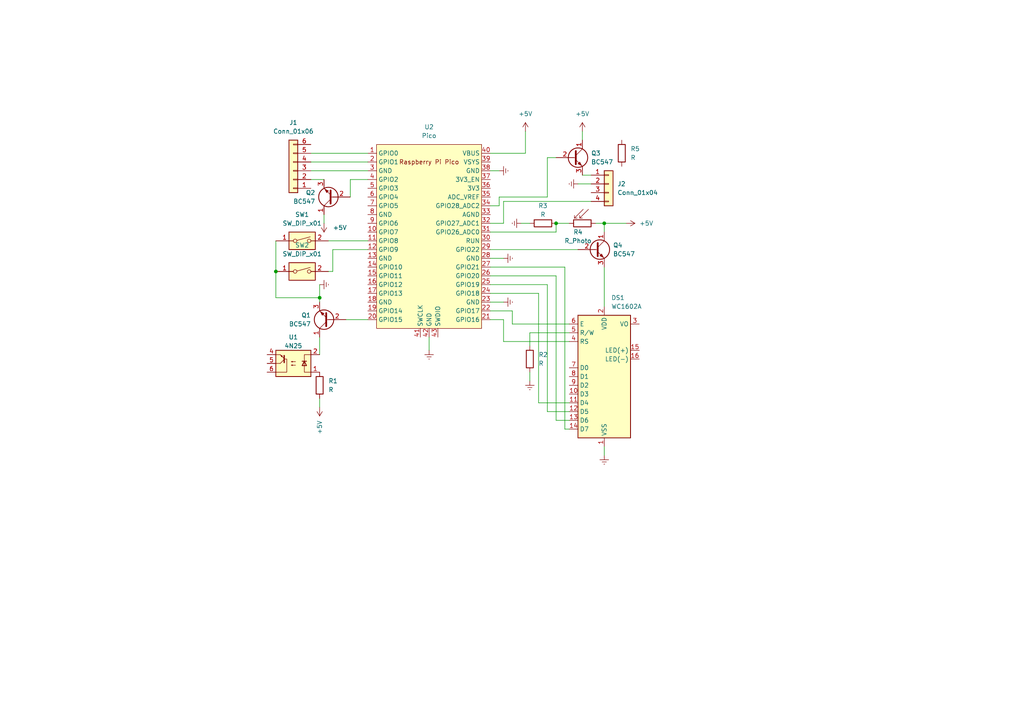
<source format=kicad_sch>
(kicad_sch (version 20211123) (generator eeschema)

  (uuid 65839b14-ae50-4098-a878-3d76b64a92d3)

  (paper "A4")

  (lib_symbols
    (symbol "Connector_Generic:Conn_01x04" (pin_names (offset 1.016) hide) (in_bom yes) (on_board yes)
      (property "Reference" "J" (id 0) (at 0 5.08 0)
        (effects (font (size 1.27 1.27)))
      )
      (property "Value" "Conn_01x04" (id 1) (at 0 -7.62 0)
        (effects (font (size 1.27 1.27)))
      )
      (property "Footprint" "" (id 2) (at 0 0 0)
        (effects (font (size 1.27 1.27)) hide)
      )
      (property "Datasheet" "~" (id 3) (at 0 0 0)
        (effects (font (size 1.27 1.27)) hide)
      )
      (property "ki_keywords" "connector" (id 4) (at 0 0 0)
        (effects (font (size 1.27 1.27)) hide)
      )
      (property "ki_description" "Generic connector, single row, 01x04, script generated (kicad-library-utils/schlib/autogen/connector/)" (id 5) (at 0 0 0)
        (effects (font (size 1.27 1.27)) hide)
      )
      (property "ki_fp_filters" "Connector*:*_1x??_*" (id 6) (at 0 0 0)
        (effects (font (size 1.27 1.27)) hide)
      )
      (symbol "Conn_01x04_1_1"
        (rectangle (start -1.27 -4.953) (end 0 -5.207)
          (stroke (width 0.1524) (type default) (color 0 0 0 0))
          (fill (type none))
        )
        (rectangle (start -1.27 -2.413) (end 0 -2.667)
          (stroke (width 0.1524) (type default) (color 0 0 0 0))
          (fill (type none))
        )
        (rectangle (start -1.27 0.127) (end 0 -0.127)
          (stroke (width 0.1524) (type default) (color 0 0 0 0))
          (fill (type none))
        )
        (rectangle (start -1.27 2.667) (end 0 2.413)
          (stroke (width 0.1524) (type default) (color 0 0 0 0))
          (fill (type none))
        )
        (rectangle (start -1.27 3.81) (end 1.27 -6.35)
          (stroke (width 0.254) (type default) (color 0 0 0 0))
          (fill (type background))
        )
        (pin passive line (at -5.08 2.54 0) (length 3.81)
          (name "Pin_1" (effects (font (size 1.27 1.27))))
          (number "1" (effects (font (size 1.27 1.27))))
        )
        (pin passive line (at -5.08 0 0) (length 3.81)
          (name "Pin_2" (effects (font (size 1.27 1.27))))
          (number "2" (effects (font (size 1.27 1.27))))
        )
        (pin passive line (at -5.08 -2.54 0) (length 3.81)
          (name "Pin_3" (effects (font (size 1.27 1.27))))
          (number "3" (effects (font (size 1.27 1.27))))
        )
        (pin passive line (at -5.08 -5.08 0) (length 3.81)
          (name "Pin_4" (effects (font (size 1.27 1.27))))
          (number "4" (effects (font (size 1.27 1.27))))
        )
      )
    )
    (symbol "Connector_Generic:Conn_01x06" (pin_names (offset 1.016) hide) (in_bom yes) (on_board yes)
      (property "Reference" "J" (id 0) (at 0 7.62 0)
        (effects (font (size 1.27 1.27)))
      )
      (property "Value" "Conn_01x06" (id 1) (at 0 -10.16 0)
        (effects (font (size 1.27 1.27)))
      )
      (property "Footprint" "" (id 2) (at 0 0 0)
        (effects (font (size 1.27 1.27)) hide)
      )
      (property "Datasheet" "~" (id 3) (at 0 0 0)
        (effects (font (size 1.27 1.27)) hide)
      )
      (property "ki_keywords" "connector" (id 4) (at 0 0 0)
        (effects (font (size 1.27 1.27)) hide)
      )
      (property "ki_description" "Generic connector, single row, 01x06, script generated (kicad-library-utils/schlib/autogen/connector/)" (id 5) (at 0 0 0)
        (effects (font (size 1.27 1.27)) hide)
      )
      (property "ki_fp_filters" "Connector*:*_1x??_*" (id 6) (at 0 0 0)
        (effects (font (size 1.27 1.27)) hide)
      )
      (symbol "Conn_01x06_1_1"
        (rectangle (start -1.27 -7.493) (end 0 -7.747)
          (stroke (width 0.1524) (type default) (color 0 0 0 0))
          (fill (type none))
        )
        (rectangle (start -1.27 -4.953) (end 0 -5.207)
          (stroke (width 0.1524) (type default) (color 0 0 0 0))
          (fill (type none))
        )
        (rectangle (start -1.27 -2.413) (end 0 -2.667)
          (stroke (width 0.1524) (type default) (color 0 0 0 0))
          (fill (type none))
        )
        (rectangle (start -1.27 0.127) (end 0 -0.127)
          (stroke (width 0.1524) (type default) (color 0 0 0 0))
          (fill (type none))
        )
        (rectangle (start -1.27 2.667) (end 0 2.413)
          (stroke (width 0.1524) (type default) (color 0 0 0 0))
          (fill (type none))
        )
        (rectangle (start -1.27 5.207) (end 0 4.953)
          (stroke (width 0.1524) (type default) (color 0 0 0 0))
          (fill (type none))
        )
        (rectangle (start -1.27 6.35) (end 1.27 -8.89)
          (stroke (width 0.254) (type default) (color 0 0 0 0))
          (fill (type background))
        )
        (pin passive line (at -5.08 5.08 0) (length 3.81)
          (name "Pin_1" (effects (font (size 1.27 1.27))))
          (number "1" (effects (font (size 1.27 1.27))))
        )
        (pin passive line (at -5.08 2.54 0) (length 3.81)
          (name "Pin_2" (effects (font (size 1.27 1.27))))
          (number "2" (effects (font (size 1.27 1.27))))
        )
        (pin passive line (at -5.08 0 0) (length 3.81)
          (name "Pin_3" (effects (font (size 1.27 1.27))))
          (number "3" (effects (font (size 1.27 1.27))))
        )
        (pin passive line (at -5.08 -2.54 0) (length 3.81)
          (name "Pin_4" (effects (font (size 1.27 1.27))))
          (number "4" (effects (font (size 1.27 1.27))))
        )
        (pin passive line (at -5.08 -5.08 0) (length 3.81)
          (name "Pin_5" (effects (font (size 1.27 1.27))))
          (number "5" (effects (font (size 1.27 1.27))))
        )
        (pin passive line (at -5.08 -7.62 0) (length 3.81)
          (name "Pin_6" (effects (font (size 1.27 1.27))))
          (number "6" (effects (font (size 1.27 1.27))))
        )
      )
    )
    (symbol "Device:R" (pin_numbers hide) (pin_names (offset 0)) (in_bom yes) (on_board yes)
      (property "Reference" "R" (id 0) (at 2.032 0 90)
        (effects (font (size 1.27 1.27)))
      )
      (property "Value" "R" (id 1) (at 0 0 90)
        (effects (font (size 1.27 1.27)))
      )
      (property "Footprint" "" (id 2) (at -1.778 0 90)
        (effects (font (size 1.27 1.27)) hide)
      )
      (property "Datasheet" "~" (id 3) (at 0 0 0)
        (effects (font (size 1.27 1.27)) hide)
      )
      (property "ki_keywords" "R res resistor" (id 4) (at 0 0 0)
        (effects (font (size 1.27 1.27)) hide)
      )
      (property "ki_description" "Resistor" (id 5) (at 0 0 0)
        (effects (font (size 1.27 1.27)) hide)
      )
      (property "ki_fp_filters" "R_*" (id 6) (at 0 0 0)
        (effects (font (size 1.27 1.27)) hide)
      )
      (symbol "R_0_1"
        (rectangle (start -1.016 -2.54) (end 1.016 2.54)
          (stroke (width 0.254) (type default) (color 0 0 0 0))
          (fill (type none))
        )
      )
      (symbol "R_1_1"
        (pin passive line (at 0 3.81 270) (length 1.27)
          (name "~" (effects (font (size 1.27 1.27))))
          (number "1" (effects (font (size 1.27 1.27))))
        )
        (pin passive line (at 0 -3.81 90) (length 1.27)
          (name "~" (effects (font (size 1.27 1.27))))
          (number "2" (effects (font (size 1.27 1.27))))
        )
      )
    )
    (symbol "Device:R_Photo" (pin_numbers hide) (pin_names (offset 0)) (in_bom yes) (on_board yes)
      (property "Reference" "R" (id 0) (at 1.27 1.27 0)
        (effects (font (size 1.27 1.27)) (justify left))
      )
      (property "Value" "R_Photo" (id 1) (at 1.27 0 0)
        (effects (font (size 1.27 1.27)) (justify left top))
      )
      (property "Footprint" "" (id 2) (at 1.27 -6.35 90)
        (effects (font (size 1.27 1.27)) (justify left) hide)
      )
      (property "Datasheet" "~" (id 3) (at 0 -1.27 0)
        (effects (font (size 1.27 1.27)) hide)
      )
      (property "ki_keywords" "resistor variable light sensitive opto LDR" (id 4) (at 0 0 0)
        (effects (font (size 1.27 1.27)) hide)
      )
      (property "ki_description" "Photoresistor" (id 5) (at 0 0 0)
        (effects (font (size 1.27 1.27)) hide)
      )
      (property "ki_fp_filters" "*LDR* R?LDR*" (id 6) (at 0 0 0)
        (effects (font (size 1.27 1.27)) hide)
      )
      (symbol "R_Photo_0_1"
        (rectangle (start -1.016 2.54) (end 1.016 -2.54)
          (stroke (width 0.254) (type default) (color 0 0 0 0))
          (fill (type none))
        )
        (polyline
          (pts
            (xy -1.524 -2.286)
            (xy -4.064 0.254)
          )
          (stroke (width 0) (type default) (color 0 0 0 0))
          (fill (type none))
        )
        (polyline
          (pts
            (xy -1.524 -2.286)
            (xy -2.286 -2.286)
          )
          (stroke (width 0) (type default) (color 0 0 0 0))
          (fill (type none))
        )
        (polyline
          (pts
            (xy -1.524 -2.286)
            (xy -1.524 -1.524)
          )
          (stroke (width 0) (type default) (color 0 0 0 0))
          (fill (type none))
        )
        (polyline
          (pts
            (xy -1.524 -0.762)
            (xy -4.064 1.778)
          )
          (stroke (width 0) (type default) (color 0 0 0 0))
          (fill (type none))
        )
        (polyline
          (pts
            (xy -1.524 -0.762)
            (xy -2.286 -0.762)
          )
          (stroke (width 0) (type default) (color 0 0 0 0))
          (fill (type none))
        )
        (polyline
          (pts
            (xy -1.524 -0.762)
            (xy -1.524 0)
          )
          (stroke (width 0) (type default) (color 0 0 0 0))
          (fill (type none))
        )
      )
      (symbol "R_Photo_1_1"
        (pin passive line (at 0 3.81 270) (length 1.27)
          (name "~" (effects (font (size 1.27 1.27))))
          (number "1" (effects (font (size 1.27 1.27))))
        )
        (pin passive line (at 0 -3.81 90) (length 1.27)
          (name "~" (effects (font (size 1.27 1.27))))
          (number "2" (effects (font (size 1.27 1.27))))
        )
      )
    )
    (symbol "Display_Character:WC1602A" (in_bom yes) (on_board yes)
      (property "Reference" "DS" (id 0) (at -5.842 19.05 0)
        (effects (font (size 1.27 1.27)))
      )
      (property "Value" "WC1602A" (id 1) (at 5.334 19.05 0)
        (effects (font (size 1.27 1.27)))
      )
      (property "Footprint" "Display:WC1602A" (id 2) (at 0 -22.86 0)
        (effects (font (size 1.27 1.27) italic) hide)
      )
      (property "Datasheet" "http://www.wincomlcd.com/pdf/WC1602A-SFYLYHTC06.pdf" (id 3) (at 17.78 0 0)
        (effects (font (size 1.27 1.27)) hide)
      )
      (property "ki_keywords" "display LCD dot-matrix" (id 4) (at 0 0 0)
        (effects (font (size 1.27 1.27)) hide)
      )
      (property "ki_description" "LCD 16x2 Alphanumeric , 8 bit parallel bus, 5V VDD" (id 5) (at 0 0 0)
        (effects (font (size 1.27 1.27)) hide)
      )
      (property "ki_fp_filters" "*WC*1602A*" (id 6) (at 0 0 0)
        (effects (font (size 1.27 1.27)) hide)
      )
      (symbol "WC1602A_1_1"
        (rectangle (start -7.62 17.78) (end 7.62 -17.78)
          (stroke (width 0.254) (type default) (color 0 0 0 0))
          (fill (type background))
        )
        (pin power_in line (at 0 -20.32 90) (length 2.54)
          (name "VSS" (effects (font (size 1.27 1.27))))
          (number "1" (effects (font (size 1.27 1.27))))
        )
        (pin input line (at -10.16 -5.08 0) (length 2.54)
          (name "D3" (effects (font (size 1.27 1.27))))
          (number "10" (effects (font (size 1.27 1.27))))
        )
        (pin input line (at -10.16 -7.62 0) (length 2.54)
          (name "D4" (effects (font (size 1.27 1.27))))
          (number "11" (effects (font (size 1.27 1.27))))
        )
        (pin input line (at -10.16 -10.16 0) (length 2.54)
          (name "D5" (effects (font (size 1.27 1.27))))
          (number "12" (effects (font (size 1.27 1.27))))
        )
        (pin input line (at -10.16 -12.7 0) (length 2.54)
          (name "D6" (effects (font (size 1.27 1.27))))
          (number "13" (effects (font (size 1.27 1.27))))
        )
        (pin input line (at -10.16 -15.24 0) (length 2.54)
          (name "D7" (effects (font (size 1.27 1.27))))
          (number "14" (effects (font (size 1.27 1.27))))
        )
        (pin power_in line (at 10.16 7.62 180) (length 2.54)
          (name "LED(+)" (effects (font (size 1.27 1.27))))
          (number "15" (effects (font (size 1.27 1.27))))
        )
        (pin power_in line (at 10.16 5.08 180) (length 2.54)
          (name "LED(-)" (effects (font (size 1.27 1.27))))
          (number "16" (effects (font (size 1.27 1.27))))
        )
        (pin power_in line (at 0 20.32 270) (length 2.54)
          (name "VDD" (effects (font (size 1.27 1.27))))
          (number "2" (effects (font (size 1.27 1.27))))
        )
        (pin input line (at 10.16 15.24 180) (length 2.54)
          (name "VO" (effects (font (size 1.27 1.27))))
          (number "3" (effects (font (size 1.27 1.27))))
        )
        (pin input line (at -10.16 10.16 0) (length 2.54)
          (name "RS" (effects (font (size 1.27 1.27))))
          (number "4" (effects (font (size 1.27 1.27))))
        )
        (pin input line (at -10.16 12.7 0) (length 2.54)
          (name "R/W" (effects (font (size 1.27 1.27))))
          (number "5" (effects (font (size 1.27 1.27))))
        )
        (pin input line (at -10.16 15.24 0) (length 2.54)
          (name "E" (effects (font (size 1.27 1.27))))
          (number "6" (effects (font (size 1.27 1.27))))
        )
        (pin input line (at -10.16 2.54 0) (length 2.54)
          (name "D0" (effects (font (size 1.27 1.27))))
          (number "7" (effects (font (size 1.27 1.27))))
        )
        (pin input line (at -10.16 0 0) (length 2.54)
          (name "D1" (effects (font (size 1.27 1.27))))
          (number "8" (effects (font (size 1.27 1.27))))
        )
        (pin input line (at -10.16 -2.54 0) (length 2.54)
          (name "D2" (effects (font (size 1.27 1.27))))
          (number "9" (effects (font (size 1.27 1.27))))
        )
      )
    )
    (symbol "Isolator:4N25" (pin_names (offset 1.016)) (in_bom yes) (on_board yes)
      (property "Reference" "U" (id 0) (at -5.08 5.08 0)
        (effects (font (size 1.27 1.27)) (justify left))
      )
      (property "Value" "4N25" (id 1) (at 0 5.08 0)
        (effects (font (size 1.27 1.27)) (justify left))
      )
      (property "Footprint" "Package_DIP:DIP-6_W7.62mm" (id 2) (at -5.08 -5.08 0)
        (effects (font (size 1.27 1.27) italic) (justify left) hide)
      )
      (property "Datasheet" "https://www.vishay.com/docs/83725/4n25.pdf" (id 3) (at 0 0 0)
        (effects (font (size 1.27 1.27)) (justify left) hide)
      )
      (property "ki_keywords" "NPN DC Optocoupler Base Connected" (id 4) (at 0 0 0)
        (effects (font (size 1.27 1.27)) hide)
      )
      (property "ki_description" "DC Optocoupler Base Connected, Vce 30V, CTR 20%, Viso 2500V, DIP6" (id 5) (at 0 0 0)
        (effects (font (size 1.27 1.27)) hide)
      )
      (property "ki_fp_filters" "DIP*W7.62mm*" (id 6) (at 0 0 0)
        (effects (font (size 1.27 1.27)) hide)
      )
      (symbol "4N25_0_1"
        (rectangle (start -5.08 3.81) (end 5.08 -3.81)
          (stroke (width 0.254) (type default) (color 0 0 0 0))
          (fill (type background))
        )
        (polyline
          (pts
            (xy -3.81 -0.635)
            (xy -2.54 -0.635)
          )
          (stroke (width 0.254) (type default) (color 0 0 0 0))
          (fill (type none))
        )
        (polyline
          (pts
            (xy 2.667 -1.397)
            (xy 3.81 -2.54)
          )
          (stroke (width 0) (type default) (color 0 0 0 0))
          (fill (type none))
        )
        (polyline
          (pts
            (xy 2.667 -1.143)
            (xy 3.81 0)
          )
          (stroke (width 0) (type default) (color 0 0 0 0))
          (fill (type none))
        )
        (polyline
          (pts
            (xy 3.81 -2.54)
            (xy 5.08 -2.54)
          )
          (stroke (width 0) (type default) (color 0 0 0 0))
          (fill (type none))
        )
        (polyline
          (pts
            (xy 3.81 0)
            (xy 5.08 0)
          )
          (stroke (width 0) (type default) (color 0 0 0 0))
          (fill (type none))
        )
        (polyline
          (pts
            (xy 2.667 -0.254)
            (xy 2.667 -2.286)
            (xy 2.667 -2.286)
          )
          (stroke (width 0.3556) (type default) (color 0 0 0 0))
          (fill (type none))
        )
        (polyline
          (pts
            (xy -5.08 -2.54)
            (xy -3.175 -2.54)
            (xy -3.175 2.54)
            (xy -5.08 2.54)
          )
          (stroke (width 0) (type default) (color 0 0 0 0))
          (fill (type none))
        )
        (polyline
          (pts
            (xy -3.175 -0.635)
            (xy -3.81 0.635)
            (xy -2.54 0.635)
            (xy -3.175 -0.635)
          )
          (stroke (width 0.254) (type default) (color 0 0 0 0))
          (fill (type none))
        )
        (polyline
          (pts
            (xy 3.683 -2.413)
            (xy 3.429 -1.905)
            (xy 3.175 -2.159)
            (xy 3.683 -2.413)
          )
          (stroke (width 0) (type default) (color 0 0 0 0))
          (fill (type none))
        )
        (polyline
          (pts
            (xy 5.08 2.54)
            (xy 1.905 2.54)
            (xy 1.905 -1.27)
            (xy 2.54 -1.27)
          )
          (stroke (width 0) (type default) (color 0 0 0 0))
          (fill (type none))
        )
        (polyline
          (pts
            (xy -0.635 -0.508)
            (xy 0.635 -0.508)
            (xy 0.254 -0.635)
            (xy 0.254 -0.381)
            (xy 0.635 -0.508)
          )
          (stroke (width 0) (type default) (color 0 0 0 0))
          (fill (type none))
        )
        (polyline
          (pts
            (xy -0.635 0.508)
            (xy 0.635 0.508)
            (xy 0.254 0.381)
            (xy 0.254 0.635)
            (xy 0.635 0.508)
          )
          (stroke (width 0) (type default) (color 0 0 0 0))
          (fill (type none))
        )
      )
      (symbol "4N25_1_1"
        (pin passive line (at -7.62 2.54 0) (length 2.54)
          (name "~" (effects (font (size 1.27 1.27))))
          (number "1" (effects (font (size 1.27 1.27))))
        )
        (pin passive line (at -7.62 -2.54 0) (length 2.54)
          (name "~" (effects (font (size 1.27 1.27))))
          (number "2" (effects (font (size 1.27 1.27))))
        )
        (pin no_connect line (at -5.08 0 0) (length 2.54) hide
          (name "NC" (effects (font (size 1.27 1.27))))
          (number "3" (effects (font (size 1.27 1.27))))
        )
        (pin passive line (at 7.62 -2.54 180) (length 2.54)
          (name "~" (effects (font (size 1.27 1.27))))
          (number "4" (effects (font (size 1.27 1.27))))
        )
        (pin passive line (at 7.62 0 180) (length 2.54)
          (name "~" (effects (font (size 1.27 1.27))))
          (number "5" (effects (font (size 1.27 1.27))))
        )
        (pin passive line (at 7.62 2.54 180) (length 2.54)
          (name "~" (effects (font (size 1.27 1.27))))
          (number "6" (effects (font (size 1.27 1.27))))
        )
      )
    )
    (symbol "MCU_RaspberryPi_and_Boards:Pico" (in_bom yes) (on_board yes)
      (property "Reference" "U" (id 0) (at -13.97 27.94 0)
        (effects (font (size 1.27 1.27)))
      )
      (property "Value" "Pico" (id 1) (at 0 19.05 0)
        (effects (font (size 1.27 1.27)))
      )
      (property "Footprint" "RPi_Pico:RPi_Pico_SMD_TH" (id 2) (at 0 0 90)
        (effects (font (size 1.27 1.27)) hide)
      )
      (property "Datasheet" "" (id 3) (at 0 0 0)
        (effects (font (size 1.27 1.27)) hide)
      )
      (symbol "Pico_0_0"
        (text "Raspberry Pi Pico" (at 0 21.59 0)
          (effects (font (size 1.27 1.27)))
        )
      )
      (symbol "Pico_0_1"
        (rectangle (start -15.24 26.67) (end 15.24 -26.67)
          (stroke (width 0) (type default) (color 0 0 0 0))
          (fill (type background))
        )
      )
      (symbol "Pico_1_1"
        (pin bidirectional line (at -17.78 24.13 0) (length 2.54)
          (name "GPIO0" (effects (font (size 1.27 1.27))))
          (number "1" (effects (font (size 1.27 1.27))))
        )
        (pin bidirectional line (at -17.78 1.27 0) (length 2.54)
          (name "GPIO7" (effects (font (size 1.27 1.27))))
          (number "10" (effects (font (size 1.27 1.27))))
        )
        (pin bidirectional line (at -17.78 -1.27 0) (length 2.54)
          (name "GPIO8" (effects (font (size 1.27 1.27))))
          (number "11" (effects (font (size 1.27 1.27))))
        )
        (pin bidirectional line (at -17.78 -3.81 0) (length 2.54)
          (name "GPIO9" (effects (font (size 1.27 1.27))))
          (number "12" (effects (font (size 1.27 1.27))))
        )
        (pin power_in line (at -17.78 -6.35 0) (length 2.54)
          (name "GND" (effects (font (size 1.27 1.27))))
          (number "13" (effects (font (size 1.27 1.27))))
        )
        (pin bidirectional line (at -17.78 -8.89 0) (length 2.54)
          (name "GPIO10" (effects (font (size 1.27 1.27))))
          (number "14" (effects (font (size 1.27 1.27))))
        )
        (pin bidirectional line (at -17.78 -11.43 0) (length 2.54)
          (name "GPIO11" (effects (font (size 1.27 1.27))))
          (number "15" (effects (font (size 1.27 1.27))))
        )
        (pin bidirectional line (at -17.78 -13.97 0) (length 2.54)
          (name "GPIO12" (effects (font (size 1.27 1.27))))
          (number "16" (effects (font (size 1.27 1.27))))
        )
        (pin bidirectional line (at -17.78 -16.51 0) (length 2.54)
          (name "GPIO13" (effects (font (size 1.27 1.27))))
          (number "17" (effects (font (size 1.27 1.27))))
        )
        (pin power_in line (at -17.78 -19.05 0) (length 2.54)
          (name "GND" (effects (font (size 1.27 1.27))))
          (number "18" (effects (font (size 1.27 1.27))))
        )
        (pin bidirectional line (at -17.78 -21.59 0) (length 2.54)
          (name "GPIO14" (effects (font (size 1.27 1.27))))
          (number "19" (effects (font (size 1.27 1.27))))
        )
        (pin bidirectional line (at -17.78 21.59 0) (length 2.54)
          (name "GPIO1" (effects (font (size 1.27 1.27))))
          (number "2" (effects (font (size 1.27 1.27))))
        )
        (pin bidirectional line (at -17.78 -24.13 0) (length 2.54)
          (name "GPIO15" (effects (font (size 1.27 1.27))))
          (number "20" (effects (font (size 1.27 1.27))))
        )
        (pin bidirectional line (at 17.78 -24.13 180) (length 2.54)
          (name "GPIO16" (effects (font (size 1.27 1.27))))
          (number "21" (effects (font (size 1.27 1.27))))
        )
        (pin bidirectional line (at 17.78 -21.59 180) (length 2.54)
          (name "GPIO17" (effects (font (size 1.27 1.27))))
          (number "22" (effects (font (size 1.27 1.27))))
        )
        (pin power_in line (at 17.78 -19.05 180) (length 2.54)
          (name "GND" (effects (font (size 1.27 1.27))))
          (number "23" (effects (font (size 1.27 1.27))))
        )
        (pin bidirectional line (at 17.78 -16.51 180) (length 2.54)
          (name "GPIO18" (effects (font (size 1.27 1.27))))
          (number "24" (effects (font (size 1.27 1.27))))
        )
        (pin bidirectional line (at 17.78 -13.97 180) (length 2.54)
          (name "GPIO19" (effects (font (size 1.27 1.27))))
          (number "25" (effects (font (size 1.27 1.27))))
        )
        (pin bidirectional line (at 17.78 -11.43 180) (length 2.54)
          (name "GPIO20" (effects (font (size 1.27 1.27))))
          (number "26" (effects (font (size 1.27 1.27))))
        )
        (pin bidirectional line (at 17.78 -8.89 180) (length 2.54)
          (name "GPIO21" (effects (font (size 1.27 1.27))))
          (number "27" (effects (font (size 1.27 1.27))))
        )
        (pin power_in line (at 17.78 -6.35 180) (length 2.54)
          (name "GND" (effects (font (size 1.27 1.27))))
          (number "28" (effects (font (size 1.27 1.27))))
        )
        (pin bidirectional line (at 17.78 -3.81 180) (length 2.54)
          (name "GPIO22" (effects (font (size 1.27 1.27))))
          (number "29" (effects (font (size 1.27 1.27))))
        )
        (pin power_in line (at -17.78 19.05 0) (length 2.54)
          (name "GND" (effects (font (size 1.27 1.27))))
          (number "3" (effects (font (size 1.27 1.27))))
        )
        (pin input line (at 17.78 -1.27 180) (length 2.54)
          (name "RUN" (effects (font (size 1.27 1.27))))
          (number "30" (effects (font (size 1.27 1.27))))
        )
        (pin bidirectional line (at 17.78 1.27 180) (length 2.54)
          (name "GPIO26_ADC0" (effects (font (size 1.27 1.27))))
          (number "31" (effects (font (size 1.27 1.27))))
        )
        (pin bidirectional line (at 17.78 3.81 180) (length 2.54)
          (name "GPIO27_ADC1" (effects (font (size 1.27 1.27))))
          (number "32" (effects (font (size 1.27 1.27))))
        )
        (pin power_in line (at 17.78 6.35 180) (length 2.54)
          (name "AGND" (effects (font (size 1.27 1.27))))
          (number "33" (effects (font (size 1.27 1.27))))
        )
        (pin bidirectional line (at 17.78 8.89 180) (length 2.54)
          (name "GPIO28_ADC2" (effects (font (size 1.27 1.27))))
          (number "34" (effects (font (size 1.27 1.27))))
        )
        (pin power_in line (at 17.78 11.43 180) (length 2.54)
          (name "ADC_VREF" (effects (font (size 1.27 1.27))))
          (number "35" (effects (font (size 1.27 1.27))))
        )
        (pin power_in line (at 17.78 13.97 180) (length 2.54)
          (name "3V3" (effects (font (size 1.27 1.27))))
          (number "36" (effects (font (size 1.27 1.27))))
        )
        (pin input line (at 17.78 16.51 180) (length 2.54)
          (name "3V3_EN" (effects (font (size 1.27 1.27))))
          (number "37" (effects (font (size 1.27 1.27))))
        )
        (pin bidirectional line (at 17.78 19.05 180) (length 2.54)
          (name "GND" (effects (font (size 1.27 1.27))))
          (number "38" (effects (font (size 1.27 1.27))))
        )
        (pin power_in line (at 17.78 21.59 180) (length 2.54)
          (name "VSYS" (effects (font (size 1.27 1.27))))
          (number "39" (effects (font (size 1.27 1.27))))
        )
        (pin bidirectional line (at -17.78 16.51 0) (length 2.54)
          (name "GPIO2" (effects (font (size 1.27 1.27))))
          (number "4" (effects (font (size 1.27 1.27))))
        )
        (pin power_in line (at 17.78 24.13 180) (length 2.54)
          (name "VBUS" (effects (font (size 1.27 1.27))))
          (number "40" (effects (font (size 1.27 1.27))))
        )
        (pin input line (at -2.54 -29.21 90) (length 2.54)
          (name "SWCLK" (effects (font (size 1.27 1.27))))
          (number "41" (effects (font (size 1.27 1.27))))
        )
        (pin power_in line (at 0 -29.21 90) (length 2.54)
          (name "GND" (effects (font (size 1.27 1.27))))
          (number "42" (effects (font (size 1.27 1.27))))
        )
        (pin bidirectional line (at 2.54 -29.21 90) (length 2.54)
          (name "SWDIO" (effects (font (size 1.27 1.27))))
          (number "43" (effects (font (size 1.27 1.27))))
        )
        (pin bidirectional line (at -17.78 13.97 0) (length 2.54)
          (name "GPIO3" (effects (font (size 1.27 1.27))))
          (number "5" (effects (font (size 1.27 1.27))))
        )
        (pin bidirectional line (at -17.78 11.43 0) (length 2.54)
          (name "GPIO4" (effects (font (size 1.27 1.27))))
          (number "6" (effects (font (size 1.27 1.27))))
        )
        (pin bidirectional line (at -17.78 8.89 0) (length 2.54)
          (name "GPIO5" (effects (font (size 1.27 1.27))))
          (number "7" (effects (font (size 1.27 1.27))))
        )
        (pin power_in line (at -17.78 6.35 0) (length 2.54)
          (name "GND" (effects (font (size 1.27 1.27))))
          (number "8" (effects (font (size 1.27 1.27))))
        )
        (pin bidirectional line (at -17.78 3.81 0) (length 2.54)
          (name "GPIO6" (effects (font (size 1.27 1.27))))
          (number "9" (effects (font (size 1.27 1.27))))
        )
      )
    )
    (symbol "Switch:SW_DIP_x01" (pin_names (offset 0) hide) (in_bom yes) (on_board yes)
      (property "Reference" "SW" (id 0) (at 0 3.81 0)
        (effects (font (size 1.27 1.27)))
      )
      (property "Value" "SW_DIP_x01" (id 1) (at 0 -3.81 0)
        (effects (font (size 1.27 1.27)))
      )
      (property "Footprint" "" (id 2) (at 0 0 0)
        (effects (font (size 1.27 1.27)) hide)
      )
      (property "Datasheet" "~" (id 3) (at 0 0 0)
        (effects (font (size 1.27 1.27)) hide)
      )
      (property "ki_keywords" "dip switch" (id 4) (at 0 0 0)
        (effects (font (size 1.27 1.27)) hide)
      )
      (property "ki_description" "1x DIP Switch, Single Pole Single Throw (SPST) switch, small symbol" (id 5) (at 0 0 0)
        (effects (font (size 1.27 1.27)) hide)
      )
      (property "ki_fp_filters" "SW?DIP?x1*" (id 6) (at 0 0 0)
        (effects (font (size 1.27 1.27)) hide)
      )
      (symbol "SW_DIP_x01_0_0"
        (circle (center -2.032 0) (radius 0.508)
          (stroke (width 0) (type default) (color 0 0 0 0))
          (fill (type none))
        )
        (polyline
          (pts
            (xy -1.524 0.127)
            (xy 2.3622 1.1684)
          )
          (stroke (width 0) (type default) (color 0 0 0 0))
          (fill (type none))
        )
        (circle (center 2.032 0) (radius 0.508)
          (stroke (width 0) (type default) (color 0 0 0 0))
          (fill (type none))
        )
      )
      (symbol "SW_DIP_x01_0_1"
        (rectangle (start -3.81 2.54) (end 3.81 -2.54)
          (stroke (width 0.254) (type default) (color 0 0 0 0))
          (fill (type background))
        )
      )
      (symbol "SW_DIP_x01_1_1"
        (pin passive line (at -7.62 0 0) (length 5.08)
          (name "~" (effects (font (size 1.27 1.27))))
          (number "1" (effects (font (size 1.27 1.27))))
        )
        (pin passive line (at 7.62 0 180) (length 5.08)
          (name "~" (effects (font (size 1.27 1.27))))
          (number "2" (effects (font (size 1.27 1.27))))
        )
      )
    )
    (symbol "Transistor_BJT:BC547" (pin_names (offset 0) hide) (in_bom yes) (on_board yes)
      (property "Reference" "Q" (id 0) (at 5.08 1.905 0)
        (effects (font (size 1.27 1.27)) (justify left))
      )
      (property "Value" "BC547" (id 1) (at 5.08 0 0)
        (effects (font (size 1.27 1.27)) (justify left))
      )
      (property "Footprint" "Package_TO_SOT_THT:TO-92_Inline" (id 2) (at 5.08 -1.905 0)
        (effects (font (size 1.27 1.27) italic) (justify left) hide)
      )
      (property "Datasheet" "https://www.onsemi.com/pub/Collateral/BC550-D.pdf" (id 3) (at 0 0 0)
        (effects (font (size 1.27 1.27)) (justify left) hide)
      )
      (property "ki_keywords" "NPN Transistor" (id 4) (at 0 0 0)
        (effects (font (size 1.27 1.27)) hide)
      )
      (property "ki_description" "0.1A Ic, 45V Vce, Small Signal NPN Transistor, TO-92" (id 5) (at 0 0 0)
        (effects (font (size 1.27 1.27)) hide)
      )
      (property "ki_fp_filters" "TO?92*" (id 6) (at 0 0 0)
        (effects (font (size 1.27 1.27)) hide)
      )
      (symbol "BC547_0_1"
        (polyline
          (pts
            (xy 0 0)
            (xy 0.635 0)
          )
          (stroke (width 0) (type default) (color 0 0 0 0))
          (fill (type none))
        )
        (polyline
          (pts
            (xy 0.635 0.635)
            (xy 2.54 2.54)
          )
          (stroke (width 0) (type default) (color 0 0 0 0))
          (fill (type none))
        )
        (polyline
          (pts
            (xy 0.635 -0.635)
            (xy 2.54 -2.54)
            (xy 2.54 -2.54)
          )
          (stroke (width 0) (type default) (color 0 0 0 0))
          (fill (type none))
        )
        (polyline
          (pts
            (xy 0.635 1.905)
            (xy 0.635 -1.905)
            (xy 0.635 -1.905)
          )
          (stroke (width 0.508) (type default) (color 0 0 0 0))
          (fill (type none))
        )
        (polyline
          (pts
            (xy 1.27 -1.778)
            (xy 1.778 -1.27)
            (xy 2.286 -2.286)
            (xy 1.27 -1.778)
            (xy 1.27 -1.778)
          )
          (stroke (width 0) (type default) (color 0 0 0 0))
          (fill (type outline))
        )
        (circle (center 1.27 0) (radius 2.8194)
          (stroke (width 0.254) (type default) (color 0 0 0 0))
          (fill (type none))
        )
      )
      (symbol "BC547_1_1"
        (pin passive line (at 2.54 5.08 270) (length 2.54)
          (name "C" (effects (font (size 1.27 1.27))))
          (number "1" (effects (font (size 1.27 1.27))))
        )
        (pin input line (at -5.08 0 0) (length 5.08)
          (name "B" (effects (font (size 1.27 1.27))))
          (number "2" (effects (font (size 1.27 1.27))))
        )
        (pin passive line (at 2.54 -5.08 90) (length 2.54)
          (name "E" (effects (font (size 1.27 1.27))))
          (number "3" (effects (font (size 1.27 1.27))))
        )
      )
    )
    (symbol "power:+5V" (power) (pin_names (offset 0)) (in_bom yes) (on_board yes)
      (property "Reference" "#PWR" (id 0) (at 0 -3.81 0)
        (effects (font (size 1.27 1.27)) hide)
      )
      (property "Value" "+5V" (id 1) (at 0 3.556 0)
        (effects (font (size 1.27 1.27)))
      )
      (property "Footprint" "" (id 2) (at 0 0 0)
        (effects (font (size 1.27 1.27)) hide)
      )
      (property "Datasheet" "" (id 3) (at 0 0 0)
        (effects (font (size 1.27 1.27)) hide)
      )
      (property "ki_keywords" "global power" (id 4) (at 0 0 0)
        (effects (font (size 1.27 1.27)) hide)
      )
      (property "ki_description" "Power symbol creates a global label with name \"+5V\"" (id 5) (at 0 0 0)
        (effects (font (size 1.27 1.27)) hide)
      )
      (symbol "+5V_0_1"
        (polyline
          (pts
            (xy -0.762 1.27)
            (xy 0 2.54)
          )
          (stroke (width 0) (type default) (color 0 0 0 0))
          (fill (type none))
        )
        (polyline
          (pts
            (xy 0 0)
            (xy 0 2.54)
          )
          (stroke (width 0) (type default) (color 0 0 0 0))
          (fill (type none))
        )
        (polyline
          (pts
            (xy 0 2.54)
            (xy 0.762 1.27)
          )
          (stroke (width 0) (type default) (color 0 0 0 0))
          (fill (type none))
        )
      )
      (symbol "+5V_1_1"
        (pin power_in line (at 0 0 90) (length 0) hide
          (name "+5V" (effects (font (size 1.27 1.27))))
          (number "1" (effects (font (size 1.27 1.27))))
        )
      )
    )
    (symbol "power:Earth" (power) (pin_names (offset 0)) (in_bom yes) (on_board yes)
      (property "Reference" "#PWR" (id 0) (at 0 -6.35 0)
        (effects (font (size 1.27 1.27)) hide)
      )
      (property "Value" "Earth" (id 1) (at 0 -3.81 0)
        (effects (font (size 1.27 1.27)) hide)
      )
      (property "Footprint" "" (id 2) (at 0 0 0)
        (effects (font (size 1.27 1.27)) hide)
      )
      (property "Datasheet" "~" (id 3) (at 0 0 0)
        (effects (font (size 1.27 1.27)) hide)
      )
      (property "ki_keywords" "global ground gnd" (id 4) (at 0 0 0)
        (effects (font (size 1.27 1.27)) hide)
      )
      (property "ki_description" "Power symbol creates a global label with name \"Earth\"" (id 5) (at 0 0 0)
        (effects (font (size 1.27 1.27)) hide)
      )
      (symbol "Earth_0_1"
        (polyline
          (pts
            (xy -0.635 -1.905)
            (xy 0.635 -1.905)
          )
          (stroke (width 0) (type default) (color 0 0 0 0))
          (fill (type none))
        )
        (polyline
          (pts
            (xy -0.127 -2.54)
            (xy 0.127 -2.54)
          )
          (stroke (width 0) (type default) (color 0 0 0 0))
          (fill (type none))
        )
        (polyline
          (pts
            (xy 0 -1.27)
            (xy 0 0)
          )
          (stroke (width 0) (type default) (color 0 0 0 0))
          (fill (type none))
        )
        (polyline
          (pts
            (xy 1.27 -1.27)
            (xy -1.27 -1.27)
          )
          (stroke (width 0) (type default) (color 0 0 0 0))
          (fill (type none))
        )
      )
      (symbol "Earth_1_1"
        (pin power_in line (at 0 0 270) (length 0) hide
          (name "Earth" (effects (font (size 1.27 1.27))))
          (number "1" (effects (font (size 1.27 1.27))))
        )
      )
    )
  )

  (junction (at 161.29 64.77) (diameter 0) (color 0 0 0 0)
    (uuid 48cd59dd-81c7-46d1-a1cd-4e01030a5cea)
  )
  (junction (at 92.71 86.36) (diameter 0) (color 0 0 0 0)
    (uuid 7e56941f-ba08-4226-9ddc-f6b201427174)
  )
  (junction (at 80.01 78.74) (diameter 0) (color 0 0 0 0)
    (uuid 8c873d5f-1ae7-47a9-a09b-9fa54400ea53)
  )
  (junction (at 175.26 64.77) (diameter 0) (color 0 0 0 0)
    (uuid ab3b9de8-1fc0-4037-8a6d-47ee2968e532)
  )

  (wire (pts (xy 142.24 87.63) (xy 146.05 87.63))
    (stroke (width 0) (type default) (color 0 0 0 0))
    (uuid 038885f7-fd7e-4ff8-a54d-ffb0af4f3138)
  )
  (wire (pts (xy 165.1 93.98) (xy 148.59 93.98))
    (stroke (width 0) (type default) (color 0 0 0 0))
    (uuid 04f2294b-bc3c-406f-8a1e-d96d44305f4f)
  )
  (wire (pts (xy 90.17 52.07) (xy 93.98 52.07))
    (stroke (width 0) (type default) (color 0 0 0 0))
    (uuid 08ea8a76-60dd-406b-ba27-73098f401d81)
  )
  (wire (pts (xy 92.71 86.36) (xy 92.71 82.55))
    (stroke (width 0) (type default) (color 0 0 0 0))
    (uuid 0d35bacd-1165-42b4-b12a-48b49be2d545)
  )
  (wire (pts (xy 142.24 85.09) (xy 156.21 85.09))
    (stroke (width 0) (type default) (color 0 0 0 0))
    (uuid 120ccf58-3bb3-4b41-a669-a3fb8ed894e6)
  )
  (wire (pts (xy 93.98 62.23) (xy 93.98 64.77))
    (stroke (width 0) (type default) (color 0 0 0 0))
    (uuid 14babf1a-2afa-44ce-97d0-e3badef213ce)
  )
  (wire (pts (xy 158.75 119.38) (xy 158.75 82.55))
    (stroke (width 0) (type default) (color 0 0 0 0))
    (uuid 1601f156-f992-4525-bd53-b88d07f09e6f)
  )
  (wire (pts (xy 158.75 82.55) (xy 142.24 82.55))
    (stroke (width 0) (type default) (color 0 0 0 0))
    (uuid 21ee44e1-ee49-4f90-89c1-150630c6a0b5)
  )
  (wire (pts (xy 96.52 72.39) (xy 96.52 78.74))
    (stroke (width 0) (type default) (color 0 0 0 0))
    (uuid 24c54664-5955-4220-9713-b22c8fab5301)
  )
  (wire (pts (xy 146.05 99.06) (xy 165.1 99.06))
    (stroke (width 0) (type default) (color 0 0 0 0))
    (uuid 2aa335a3-b009-4c01-aa12-ea64809d680f)
  )
  (wire (pts (xy 161.29 64.77) (xy 161.29 67.31))
    (stroke (width 0) (type default) (color 0 0 0 0))
    (uuid 2d2cc71d-8010-408f-b57e-0517cea745a0)
  )
  (wire (pts (xy 158.75 57.15) (xy 144.78 57.15))
    (stroke (width 0) (type default) (color 0 0 0 0))
    (uuid 3293aee2-996f-4c48-aa94-db3f70a59324)
  )
  (wire (pts (xy 142.24 64.77) (xy 146.05 64.77))
    (stroke (width 0) (type default) (color 0 0 0 0))
    (uuid 36f64cdc-f749-435f-9466-bd580540012c)
  )
  (wire (pts (xy 163.83 124.46) (xy 165.1 124.46))
    (stroke (width 0) (type default) (color 0 0 0 0))
    (uuid 37c848de-7fb7-4d93-ace7-a28c65037c98)
  )
  (wire (pts (xy 146.05 92.71) (xy 146.05 99.06))
    (stroke (width 0) (type default) (color 0 0 0 0))
    (uuid 4008ae1d-3ae7-499d-a676-2bd032befd3d)
  )
  (wire (pts (xy 167.64 53.34) (xy 171.45 53.34))
    (stroke (width 0) (type default) (color 0 0 0 0))
    (uuid 412d235d-5144-4372-9a7d-e609da999394)
  )
  (wire (pts (xy 90.17 44.45) (xy 106.68 44.45))
    (stroke (width 0) (type default) (color 0 0 0 0))
    (uuid 4484979b-97f7-4fe1-ad0a-88d4e19e28f7)
  )
  (wire (pts (xy 100.33 92.71) (xy 106.68 92.71))
    (stroke (width 0) (type default) (color 0 0 0 0))
    (uuid 468972bd-461a-40ba-b9a4-5f10a7b09e6b)
  )
  (wire (pts (xy 144.78 57.15) (xy 144.78 59.69))
    (stroke (width 0) (type default) (color 0 0 0 0))
    (uuid 4aa880a2-73b5-4c53-a67b-17a2bc58f970)
  )
  (wire (pts (xy 92.71 87.63) (xy 92.71 86.36))
    (stroke (width 0) (type default) (color 0 0 0 0))
    (uuid 4b049a19-7541-48f9-823c-ef1662f6a297)
  )
  (wire (pts (xy 163.83 77.47) (xy 163.83 124.46))
    (stroke (width 0) (type default) (color 0 0 0 0))
    (uuid 57604e28-af0d-4671-928c-61424cf7dcae)
  )
  (wire (pts (xy 80.01 78.74) (xy 80.01 86.36))
    (stroke (width 0) (type default) (color 0 0 0 0))
    (uuid 5b25cd0a-8b85-4c14-a6bb-13f7dbf02a45)
  )
  (wire (pts (xy 175.26 129.54) (xy 175.26 132.08))
    (stroke (width 0) (type default) (color 0 0 0 0))
    (uuid 5c46ca29-0d10-4502-bd91-4843c404c45c)
  )
  (wire (pts (xy 142.24 49.53) (xy 144.78 49.53))
    (stroke (width 0) (type default) (color 0 0 0 0))
    (uuid 621e7431-f207-469e-85d4-f5045c32575c)
  )
  (wire (pts (xy 156.21 85.09) (xy 156.21 116.84))
    (stroke (width 0) (type default) (color 0 0 0 0))
    (uuid 64a985eb-c32d-4512-8a83-e624d6022ca1)
  )
  (wire (pts (xy 142.24 77.47) (xy 163.83 77.47))
    (stroke (width 0) (type default) (color 0 0 0 0))
    (uuid 68c4ae5c-573b-4091-ab5d-6951e1ac29e4)
  )
  (wire (pts (xy 92.71 102.87) (xy 92.71 97.79))
    (stroke (width 0) (type default) (color 0 0 0 0))
    (uuid 6ce826d1-7ba4-4ddb-bfb6-b07691bdeded)
  )
  (wire (pts (xy 90.17 49.53) (xy 106.68 49.53))
    (stroke (width 0) (type default) (color 0 0 0 0))
    (uuid 719d0dd6-1412-4d30-b5b1-9eedb0bea72f)
  )
  (wire (pts (xy 148.59 90.17) (xy 142.24 90.17))
    (stroke (width 0) (type default) (color 0 0 0 0))
    (uuid 735968b4-1b94-4929-b44b-03929b334efe)
  )
  (wire (pts (xy 165.1 96.52) (xy 153.67 96.52))
    (stroke (width 0) (type default) (color 0 0 0 0))
    (uuid 7e81cd81-7b7e-4cb1-bfa4-625017624a80)
  )
  (wire (pts (xy 153.67 107.95) (xy 153.67 110.49))
    (stroke (width 0) (type default) (color 0 0 0 0))
    (uuid 7f5653f1-a888-4126-ab45-1275368f1013)
  )
  (wire (pts (xy 90.17 46.99) (xy 106.68 46.99))
    (stroke (width 0) (type default) (color 0 0 0 0))
    (uuid 822850bf-ac57-40d5-b868-ff25131b6b01)
  )
  (wire (pts (xy 142.24 44.45) (xy 152.4 44.45))
    (stroke (width 0) (type default) (color 0 0 0 0))
    (uuid 88e74aeb-1cac-426c-a693-958ccda436ab)
  )
  (wire (pts (xy 80.01 86.36) (xy 92.71 86.36))
    (stroke (width 0) (type default) (color 0 0 0 0))
    (uuid 8f3f20b6-7c7b-4e22-9293-eb0b82911830)
  )
  (wire (pts (xy 101.6 57.15) (xy 101.6 52.07))
    (stroke (width 0) (type default) (color 0 0 0 0))
    (uuid 9049208a-3c56-4f82-9f49-693bba2b3ded)
  )
  (wire (pts (xy 144.78 59.69) (xy 142.24 59.69))
    (stroke (width 0) (type default) (color 0 0 0 0))
    (uuid 989f43d7-7eed-4ea2-8d2c-b2b2ff40b335)
  )
  (wire (pts (xy 165.1 121.92) (xy 161.29 121.92))
    (stroke (width 0) (type default) (color 0 0 0 0))
    (uuid 98fe573a-fa11-4287-8650-ac6aa1c50226)
  )
  (wire (pts (xy 151.13 64.77) (xy 153.67 64.77))
    (stroke (width 0) (type default) (color 0 0 0 0))
    (uuid 9943c1e1-c2f4-4f30-9af5-d4417057e2d1)
  )
  (wire (pts (xy 142.24 72.39) (xy 167.64 72.39))
    (stroke (width 0) (type default) (color 0 0 0 0))
    (uuid 9b4ac62d-9654-4aab-8982-755eb8e62415)
  )
  (wire (pts (xy 161.29 80.01) (xy 161.29 121.92))
    (stroke (width 0) (type default) (color 0 0 0 0))
    (uuid 9bc1a2f9-7911-4d2f-bd00-f420d3d2bcdb)
  )
  (wire (pts (xy 158.75 45.72) (xy 158.75 57.15))
    (stroke (width 0) (type default) (color 0 0 0 0))
    (uuid 9d9ec0b7-3cc8-416d-8673-ccedd0564172)
  )
  (wire (pts (xy 161.29 45.72) (xy 158.75 45.72))
    (stroke (width 0) (type default) (color 0 0 0 0))
    (uuid a7639a3a-0600-4b4e-8d29-d7b19a3f9e2d)
  )
  (wire (pts (xy 96.52 78.74) (xy 95.25 78.74))
    (stroke (width 0) (type default) (color 0 0 0 0))
    (uuid a83bd613-b582-4f90-908b-0badb6dfa155)
  )
  (wire (pts (xy 142.24 74.93) (xy 146.05 74.93))
    (stroke (width 0) (type default) (color 0 0 0 0))
    (uuid a9b05f82-7e64-461e-8de7-3cc4de19fee1)
  )
  (wire (pts (xy 172.72 64.77) (xy 175.26 64.77))
    (stroke (width 0) (type default) (color 0 0 0 0))
    (uuid a9bb0598-0e42-443f-96a0-66083bbe563e)
  )
  (wire (pts (xy 165.1 119.38) (xy 158.75 119.38))
    (stroke (width 0) (type default) (color 0 0 0 0))
    (uuid ae706942-da21-42de-b57c-62a9f0f6f469)
  )
  (wire (pts (xy 161.29 80.01) (xy 142.24 80.01))
    (stroke (width 0) (type default) (color 0 0 0 0))
    (uuid ae81f266-724d-4a47-a0db-c7f267f01ee7)
  )
  (wire (pts (xy 101.6 52.07) (xy 106.68 52.07))
    (stroke (width 0) (type default) (color 0 0 0 0))
    (uuid b1dc5b19-a384-4bf2-897e-936a2365d119)
  )
  (wire (pts (xy 148.59 93.98) (xy 148.59 90.17))
    (stroke (width 0) (type default) (color 0 0 0 0))
    (uuid b29fb70a-cb23-4cdf-9265-939382d8b657)
  )
  (wire (pts (xy 142.24 92.71) (xy 146.05 92.71))
    (stroke (width 0) (type default) (color 0 0 0 0))
    (uuid b2e7aff2-cc8e-43d2-bb74-782689a0645e)
  )
  (wire (pts (xy 152.4 44.45) (xy 152.4 38.1))
    (stroke (width 0) (type default) (color 0 0 0 0))
    (uuid b8124fb3-8c58-43f2-a0f9-0dd0235a5f2b)
  )
  (wire (pts (xy 80.01 69.85) (xy 80.01 78.74))
    (stroke (width 0) (type default) (color 0 0 0 0))
    (uuid b8d95100-42e8-4a20-bc3b-9149c9f40cff)
  )
  (wire (pts (xy 165.1 64.77) (xy 161.29 64.77))
    (stroke (width 0) (type default) (color 0 0 0 0))
    (uuid c823ef32-fc07-4945-be7d-5dca90e6f433)
  )
  (wire (pts (xy 106.68 72.39) (xy 96.52 72.39))
    (stroke (width 0) (type default) (color 0 0 0 0))
    (uuid c9eddf51-b5f5-4519-8acd-950131acbe53)
  )
  (wire (pts (xy 95.25 69.85) (xy 106.68 69.85))
    (stroke (width 0) (type default) (color 0 0 0 0))
    (uuid cb644ae2-1f02-4895-a142-5002f4751630)
  )
  (wire (pts (xy 146.05 64.77) (xy 146.05 58.42))
    (stroke (width 0) (type default) (color 0 0 0 0))
    (uuid cc343695-6571-47b7-9552-4b44e216507d)
  )
  (wire (pts (xy 153.67 96.52) (xy 153.67 100.33))
    (stroke (width 0) (type default) (color 0 0 0 0))
    (uuid d071fb03-6fc7-4c9b-b01b-27d35549c511)
  )
  (wire (pts (xy 168.91 50.8) (xy 171.45 50.8))
    (stroke (width 0) (type default) (color 0 0 0 0))
    (uuid d6cbb6a9-5da5-4f19-aed6-2014743fe3ec)
  )
  (wire (pts (xy 92.71 115.57) (xy 92.71 118.11))
    (stroke (width 0) (type default) (color 0 0 0 0))
    (uuid da08c3e4-da32-4589-ae48-fe02ad4d2acc)
  )
  (wire (pts (xy 175.26 64.77) (xy 181.61 64.77))
    (stroke (width 0) (type default) (color 0 0 0 0))
    (uuid e3c3cfc8-ea41-43a0-9bc6-0643b31962cc)
  )
  (wire (pts (xy 124.46 97.79) (xy 124.46 101.6))
    (stroke (width 0) (type default) (color 0 0 0 0))
    (uuid e52dae21-b372-4919-9937-47dddc8470c5)
  )
  (wire (pts (xy 161.29 67.31) (xy 142.24 67.31))
    (stroke (width 0) (type default) (color 0 0 0 0))
    (uuid e9c64a64-b1ee-4687-be85-8fdc64fa4004)
  )
  (wire (pts (xy 146.05 58.42) (xy 171.45 58.42))
    (stroke (width 0) (type default) (color 0 0 0 0))
    (uuid ef28c32c-3933-4983-a4e4-b239410fd368)
  )
  (wire (pts (xy 175.26 67.31) (xy 175.26 64.77))
    (stroke (width 0) (type default) (color 0 0 0 0))
    (uuid f36760de-2710-438c-815d-3d1218e96ebc)
  )
  (wire (pts (xy 175.26 77.47) (xy 175.26 88.9))
    (stroke (width 0) (type default) (color 0 0 0 0))
    (uuid f8cd9e8f-6e5a-4782-a432-bcf92047ebae)
  )
  (wire (pts (xy 156.21 116.84) (xy 165.1 116.84))
    (stroke (width 0) (type default) (color 0 0 0 0))
    (uuid fc9f7b3c-764e-4d3f-9c83-1f728e7136b0)
  )
  (wire (pts (xy 168.91 38.1) (xy 168.91 40.64))
    (stroke (width 0) (type default) (color 0 0 0 0))
    (uuid fe26ca46-c2a9-41f3-9b52-b3f8c1c7a3a8)
  )

  (symbol (lib_id "Device:R") (at 180.34 44.45 0) (unit 1)
    (in_bom yes) (on_board yes) (fields_autoplaced)
    (uuid 06d1fe5b-707a-4f20-bed7-505b56eeb956)
    (property "Reference" "R5" (id 0) (at 182.88 43.1799 0)
      (effects (font (size 1.27 1.27)) (justify left))
    )
    (property "Value" "R" (id 1) (at 182.88 45.7199 0)
      (effects (font (size 1.27 1.27)) (justify left))
    )
    (property "Footprint" "" (id 2) (at 178.562 44.45 90)
      (effects (font (size 1.27 1.27)) hide)
    )
    (property "Datasheet" "~" (id 3) (at 180.34 44.45 0)
      (effects (font (size 1.27 1.27)) hide)
    )
    (pin "1" (uuid 6b8549a6-26f2-43e8-b544-2b2007f64f35))
    (pin "2" (uuid 132b1a7d-9df1-4841-8fb8-32f4dfd6eca4))
  )

  (symbol (lib_id "power:+5V") (at 92.71 118.11 180) (unit 1)
    (in_bom yes) (on_board yes) (fields_autoplaced)
    (uuid 21fc0c90-5b2e-41cc-bdc5-105236016a52)
    (property "Reference" "#PWR0112" (id 0) (at 92.71 114.3 0)
      (effects (font (size 1.27 1.27)) hide)
    )
    (property "Value" "+5V" (id 1) (at 92.7101 121.92 90)
      (effects (font (size 1.27 1.27)) (justify left))
    )
    (property "Footprint" "" (id 2) (at 92.71 118.11 0)
      (effects (font (size 1.27 1.27)) hide)
    )
    (property "Datasheet" "" (id 3) (at 92.71 118.11 0)
      (effects (font (size 1.27 1.27)) hide)
    )
    (pin "1" (uuid ae17a579-da8f-40f4-be3e-1a13fc77b65c))
  )

  (symbol (lib_id "Transistor_BJT:BC547") (at 96.52 57.15 180) (unit 1)
    (in_bom yes) (on_board yes) (fields_autoplaced)
    (uuid 22469693-494f-4a43-b599-c69c85b1535e)
    (property "Reference" "Q2" (id 0) (at 91.44 55.8799 0)
      (effects (font (size 1.27 1.27)) (justify left))
    )
    (property "Value" "BC547" (id 1) (at 91.44 58.4199 0)
      (effects (font (size 1.27 1.27)) (justify left))
    )
    (property "Footprint" "Package_TO_SOT_THT:TO-92_Inline" (id 2) (at 91.44 55.245 0)
      (effects (font (size 1.27 1.27) italic) (justify left) hide)
    )
    (property "Datasheet" "https://www.onsemi.com/pub/Collateral/BC550-D.pdf" (id 3) (at 96.52 57.15 0)
      (effects (font (size 1.27 1.27)) (justify left) hide)
    )
    (pin "1" (uuid 58e36427-9206-422e-ba7f-885428c7bf45))
    (pin "2" (uuid bee145e3-323c-4fb0-8ed6-a0e5292b81a9))
    (pin "3" (uuid b7c8ce7b-1fbd-4904-b2af-54f693b90964))
  )

  (symbol (lib_id "Isolator:4N25") (at 85.09 105.41 180) (unit 1)
    (in_bom yes) (on_board yes)
    (uuid 2b4a817b-562b-474c-ad2b-b53a71b730eb)
    (property "Reference" "U1" (id 0) (at 85.09 97.79 0))
    (property "Value" "4N25" (id 1) (at 85.09 100.33 0))
    (property "Footprint" "Package_DIP:DIP-6_W7.62mm" (id 2) (at 90.17 100.33 0)
      (effects (font (size 1.27 1.27) italic) (justify left) hide)
    )
    (property "Datasheet" "https://www.vishay.com/docs/83725/4n25.pdf" (id 3) (at 85.09 105.41 0)
      (effects (font (size 1.27 1.27)) (justify left) hide)
    )
    (pin "1" (uuid b5aa7feb-140a-43b7-8f95-d0242acf32c4))
    (pin "2" (uuid 4630088c-7e08-425d-9741-a25d141ff269))
    (pin "3" (uuid 01090257-cabd-49b1-bba6-a3b3b2bfed7c))
    (pin "4" (uuid be971c62-522e-4d66-b4ed-33e2d9b19911))
    (pin "5" (uuid e42bad94-ae9b-494f-b6e6-c709816b7ba9))
    (pin "6" (uuid 11de3f2a-aadf-4e30-81d0-ebcfec65d4e9))
  )

  (symbol (lib_id "Transistor_BJT:BC547") (at 172.72 72.39 0) (unit 1)
    (in_bom yes) (on_board yes) (fields_autoplaced)
    (uuid 31ac9547-726b-4590-99e5-09947f3b3ee7)
    (property "Reference" "Q4" (id 0) (at 177.8 71.1199 0)
      (effects (font (size 1.27 1.27)) (justify left))
    )
    (property "Value" "BC547" (id 1) (at 177.8 73.6599 0)
      (effects (font (size 1.27 1.27)) (justify left))
    )
    (property "Footprint" "Package_TO_SOT_THT:TO-92_Inline" (id 2) (at 177.8 74.295 0)
      (effects (font (size 1.27 1.27) italic) (justify left) hide)
    )
    (property "Datasheet" "https://www.onsemi.com/pub/Collateral/BC550-D.pdf" (id 3) (at 172.72 72.39 0)
      (effects (font (size 1.27 1.27)) (justify left) hide)
    )
    (pin "1" (uuid c0718485-3814-4ce3-b012-e52e6b2a9d19))
    (pin "2" (uuid 314d774e-edcd-4a46-8be6-b8d5363ec4b8))
    (pin "3" (uuid d6762329-9989-4e92-94f7-84f754db8dd5))
  )

  (symbol (lib_id "power:+5V") (at 168.91 38.1 0) (unit 1)
    (in_bom yes) (on_board yes) (fields_autoplaced)
    (uuid 3384c973-185c-4479-a0aa-3fd27b7af7e6)
    (property "Reference" "#PWR0105" (id 0) (at 168.91 41.91 0)
      (effects (font (size 1.27 1.27)) hide)
    )
    (property "Value" "+5V" (id 1) (at 168.91 33.02 0))
    (property "Footprint" "" (id 2) (at 168.91 38.1 0)
      (effects (font (size 1.27 1.27)) hide)
    )
    (property "Datasheet" "" (id 3) (at 168.91 38.1 0)
      (effects (font (size 1.27 1.27)) hide)
    )
    (pin "1" (uuid ad02a54f-dfa4-4f7a-9c81-7ef943788e77))
  )

  (symbol (lib_id "Switch:SW_DIP_x01") (at 87.63 78.74 0) (unit 1)
    (in_bom yes) (on_board yes) (fields_autoplaced)
    (uuid 393b4ab9-4881-420a-bcf2-c90c579654d6)
    (property "Reference" "SW2" (id 0) (at 87.63 71.12 0))
    (property "Value" "SW_DIP_x01" (id 1) (at 87.63 73.66 0))
    (property "Footprint" "" (id 2) (at 87.63 78.74 0)
      (effects (font (size 1.27 1.27)) hide)
    )
    (property "Datasheet" "~" (id 3) (at 87.63 78.74 0)
      (effects (font (size 1.27 1.27)) hide)
    )
    (pin "1" (uuid db5ef7e4-feb3-4655-948f-04636b9d5956))
    (pin "2" (uuid aa7fdf27-9e06-4771-80f0-f6858abc110a))
  )

  (symbol (lib_id "power:Earth") (at 146.05 74.93 90) (unit 1)
    (in_bom yes) (on_board yes) (fields_autoplaced)
    (uuid 3d578977-0873-442f-b942-9df9d9a9b374)
    (property "Reference" "#PWR0101" (id 0) (at 152.4 74.93 0)
      (effects (font (size 1.27 1.27)) hide)
    )
    (property "Value" "Earth" (id 1) (at 149.86 74.93 0)
      (effects (font (size 1.27 1.27)) hide)
    )
    (property "Footprint" "" (id 2) (at 146.05 74.93 0)
      (effects (font (size 1.27 1.27)) hide)
    )
    (property "Datasheet" "~" (id 3) (at 146.05 74.93 0)
      (effects (font (size 1.27 1.27)) hide)
    )
    (pin "1" (uuid f55c5141-bde5-44c4-a4b9-01bb2c32dfb9))
  )

  (symbol (lib_id "power:Earth") (at 151.13 64.77 270) (unit 1)
    (in_bom yes) (on_board yes) (fields_autoplaced)
    (uuid 4683aac4-ffed-432f-b752-83a4aa437b20)
    (property "Reference" "#PWR0103" (id 0) (at 144.78 64.77 0)
      (effects (font (size 1.27 1.27)) hide)
    )
    (property "Value" "Earth" (id 1) (at 147.32 64.77 0)
      (effects (font (size 1.27 1.27)) hide)
    )
    (property "Footprint" "" (id 2) (at 151.13 64.77 0)
      (effects (font (size 1.27 1.27)) hide)
    )
    (property "Datasheet" "~" (id 3) (at 151.13 64.77 0)
      (effects (font (size 1.27 1.27)) hide)
    )
    (pin "1" (uuid 5a125fa8-02a0-41b3-bc15-70df9cb8cb81))
  )

  (symbol (lib_id "Connector_Generic:Conn_01x04") (at 176.53 53.34 0) (unit 1)
    (in_bom yes) (on_board yes) (fields_autoplaced)
    (uuid 4e1d32c8-0734-46b4-a173-20ae58020cbd)
    (property "Reference" "J2" (id 0) (at 179.07 53.3399 0)
      (effects (font (size 1.27 1.27)) (justify left))
    )
    (property "Value" "Conn_01x04" (id 1) (at 179.07 55.8799 0)
      (effects (font (size 1.27 1.27)) (justify left))
    )
    (property "Footprint" "" (id 2) (at 176.53 53.34 0)
      (effects (font (size 1.27 1.27)) hide)
    )
    (property "Datasheet" "~" (id 3) (at 176.53 53.34 0)
      (effects (font (size 1.27 1.27)) hide)
    )
    (pin "1" (uuid b6a05962-fc6b-49e5-bbb6-54de278557e8))
    (pin "2" (uuid 8934a93e-f3d7-484c-9b77-0f1e68c11205))
    (pin "3" (uuid 3fb8a88c-8ed8-4827-a3f6-1fff26487435))
    (pin "4" (uuid ebb7194e-251e-4c0d-b94b-57509fd0d871))
  )

  (symbol (lib_id "Device:R") (at 92.71 111.76 0) (unit 1)
    (in_bom yes) (on_board yes) (fields_autoplaced)
    (uuid 51f42393-e724-485c-935f-70122886633b)
    (property "Reference" "R1" (id 0) (at 95.25 110.4899 0)
      (effects (font (size 1.27 1.27)) (justify left))
    )
    (property "Value" "R" (id 1) (at 95.25 113.0299 0)
      (effects (font (size 1.27 1.27)) (justify left))
    )
    (property "Footprint" "" (id 2) (at 90.932 111.76 90)
      (effects (font (size 1.27 1.27)) hide)
    )
    (property "Datasheet" "~" (id 3) (at 92.71 111.76 0)
      (effects (font (size 1.27 1.27)) hide)
    )
    (pin "1" (uuid 14865913-9381-4dea-9036-3a57b33e0d85))
    (pin "2" (uuid 1f1c22b5-81c9-40fb-a7bc-526b01e79488))
  )

  (symbol (lib_id "power:Earth") (at 92.71 82.55 90) (unit 1)
    (in_bom yes) (on_board yes) (fields_autoplaced)
    (uuid 564b68ba-cec3-41e8-a580-a51549e1180a)
    (property "Reference" "#PWR0114" (id 0) (at 99.06 82.55 0)
      (effects (font (size 1.27 1.27)) hide)
    )
    (property "Value" "Earth" (id 1) (at 96.52 82.55 0)
      (effects (font (size 1.27 1.27)) hide)
    )
    (property "Footprint" "" (id 2) (at 92.71 82.55 0)
      (effects (font (size 1.27 1.27)) hide)
    )
    (property "Datasheet" "~" (id 3) (at 92.71 82.55 0)
      (effects (font (size 1.27 1.27)) hide)
    )
    (pin "1" (uuid a2b0afa3-ca08-4f79-8483-f49fdafee3d5))
  )

  (symbol (lib_id "power:+5V") (at 152.4 38.1 0) (unit 1)
    (in_bom yes) (on_board yes) (fields_autoplaced)
    (uuid 58598e00-cdc8-448b-a4fd-57f8e8a7d53f)
    (property "Reference" "#PWR0107" (id 0) (at 152.4 41.91 0)
      (effects (font (size 1.27 1.27)) hide)
    )
    (property "Value" "+5V" (id 1) (at 152.4 33.02 0))
    (property "Footprint" "" (id 2) (at 152.4 38.1 0)
      (effects (font (size 1.27 1.27)) hide)
    )
    (property "Datasheet" "" (id 3) (at 152.4 38.1 0)
      (effects (font (size 1.27 1.27)) hide)
    )
    (pin "1" (uuid e10e1f1a-9671-4fc3-895f-c701e41b43b3))
  )

  (symbol (lib_id "power:Earth") (at 167.64 53.34 270) (unit 1)
    (in_bom yes) (on_board yes) (fields_autoplaced)
    (uuid 5c4efe9f-8b2f-4cce-9a5d-dd81e691ad32)
    (property "Reference" "#PWR0104" (id 0) (at 161.29 53.34 0)
      (effects (font (size 1.27 1.27)) hide)
    )
    (property "Value" "Earth" (id 1) (at 163.83 53.34 0)
      (effects (font (size 1.27 1.27)) hide)
    )
    (property "Footprint" "" (id 2) (at 167.64 53.34 0)
      (effects (font (size 1.27 1.27)) hide)
    )
    (property "Datasheet" "~" (id 3) (at 167.64 53.34 0)
      (effects (font (size 1.27 1.27)) hide)
    )
    (pin "1" (uuid d2bbc8c3-b7c9-4127-b6db-a52420596af0))
  )

  (symbol (lib_id "Device:R") (at 157.48 64.77 90) (unit 1)
    (in_bom yes) (on_board yes)
    (uuid 7ab31529-c34c-4dfa-b9e5-bf06f0fd9e54)
    (property "Reference" "R3" (id 0) (at 157.48 59.69 90))
    (property "Value" "R" (id 1) (at 157.48 62.23 90))
    (property "Footprint" "" (id 2) (at 157.48 66.548 90)
      (effects (font (size 1.27 1.27)) hide)
    )
    (property "Datasheet" "~" (id 3) (at 157.48 64.77 0)
      (effects (font (size 1.27 1.27)) hide)
    )
    (pin "1" (uuid 26fce942-5005-480b-a8ea-171ea21bbff4))
    (pin "2" (uuid 63ea37d0-6c48-40bf-9b25-42bf8fccf353))
  )

  (symbol (lib_id "power:Earth") (at 175.26 132.08 0) (unit 1)
    (in_bom yes) (on_board yes) (fields_autoplaced)
    (uuid 7f6fe860-58a1-41d9-910b-0967da440d75)
    (property "Reference" "#PWR0109" (id 0) (at 175.26 138.43 0)
      (effects (font (size 1.27 1.27)) hide)
    )
    (property "Value" "Earth" (id 1) (at 175.26 135.89 0)
      (effects (font (size 1.27 1.27)) hide)
    )
    (property "Footprint" "" (id 2) (at 175.26 132.08 0)
      (effects (font (size 1.27 1.27)) hide)
    )
    (property "Datasheet" "~" (id 3) (at 175.26 132.08 0)
      (effects (font (size 1.27 1.27)) hide)
    )
    (pin "1" (uuid 27e2611e-a229-4386-9907-3461d80a81f8))
  )

  (symbol (lib_id "Device:R_Photo") (at 168.91 64.77 270) (unit 1)
    (in_bom yes) (on_board yes)
    (uuid 88b4aaa4-dccc-4fcd-a910-a567f732e1fb)
    (property "Reference" "R4" (id 0) (at 167.64 67.31 90))
    (property "Value" "R_Photo" (id 1) (at 167.64 69.85 90))
    (property "Footprint" "" (id 2) (at 162.56 66.04 90)
      (effects (font (size 1.27 1.27)) (justify left) hide)
    )
    (property "Datasheet" "~" (id 3) (at 167.64 64.77 0)
      (effects (font (size 1.27 1.27)) hide)
    )
    (pin "1" (uuid fdb29ab8-6488-42dd-be4a-a513cbd3b462))
    (pin "2" (uuid 4a2ea2c1-49f9-4c1c-971f-7eb4b3a963d6))
  )

  (symbol (lib_id "Connector_Generic:Conn_01x06") (at 85.09 49.53 180) (unit 1)
    (in_bom yes) (on_board yes) (fields_autoplaced)
    (uuid 8b7899ac-ec58-41e0-b339-1a93a619ea57)
    (property "Reference" "J1" (id 0) (at 85.09 35.56 0))
    (property "Value" "Conn_01x06" (id 1) (at 85.09 38.1 0))
    (property "Footprint" "" (id 2) (at 85.09 49.53 0)
      (effects (font (size 1.27 1.27)) hide)
    )
    (property "Datasheet" "~" (id 3) (at 85.09 49.53 0)
      (effects (font (size 1.27 1.27)) hide)
    )
    (pin "1" (uuid 2e268717-b311-4caa-b648-fe3a53a745d4))
    (pin "2" (uuid 57803267-0f11-4793-8884-b539e2170722))
    (pin "3" (uuid f53ba1b3-3524-4c39-98c4-e6c9ad828184))
    (pin "4" (uuid 135f9ecf-8b1f-4bdb-be5b-c828bebf9ac1))
    (pin "5" (uuid b9b80b30-de37-4184-a700-502d4bb897de))
    (pin "6" (uuid 55cdec39-d099-4a25-9c28-eb7962d79ad3))
  )

  (symbol (lib_id "power:+5V") (at 181.61 64.77 270) (unit 1)
    (in_bom yes) (on_board yes) (fields_autoplaced)
    (uuid af89d198-2171-4308-bcab-5499cf407f4e)
    (property "Reference" "#PWR0102" (id 0) (at 177.8 64.77 0)
      (effects (font (size 1.27 1.27)) hide)
    )
    (property "Value" "+5V" (id 1) (at 185.42 64.7699 90)
      (effects (font (size 1.27 1.27)) (justify left))
    )
    (property "Footprint" "" (id 2) (at 181.61 64.77 0)
      (effects (font (size 1.27 1.27)) hide)
    )
    (property "Datasheet" "" (id 3) (at 181.61 64.77 0)
      (effects (font (size 1.27 1.27)) hide)
    )
    (pin "1" (uuid cd068907-ccbd-46ad-bbed-8257e4ea941e))
  )

  (symbol (lib_id "power:Earth") (at 153.67 110.49 0) (unit 1)
    (in_bom yes) (on_board yes) (fields_autoplaced)
    (uuid b4c83119-81d7-48fc-8c8b-a6d5097687d7)
    (property "Reference" "#PWR0110" (id 0) (at 153.67 116.84 0)
      (effects (font (size 1.27 1.27)) hide)
    )
    (property "Value" "Earth" (id 1) (at 153.67 114.3 0)
      (effects (font (size 1.27 1.27)) hide)
    )
    (property "Footprint" "" (id 2) (at 153.67 110.49 0)
      (effects (font (size 1.27 1.27)) hide)
    )
    (property "Datasheet" "~" (id 3) (at 153.67 110.49 0)
      (effects (font (size 1.27 1.27)) hide)
    )
    (pin "1" (uuid fdf2fc80-d7a6-4ec4-983f-149d6b2d5296))
  )

  (symbol (lib_id "Display_Character:WC1602A") (at 175.26 109.22 0) (unit 1)
    (in_bom yes) (on_board yes) (fields_autoplaced)
    (uuid bddf2c65-e5ab-41f0-bde0-a1c54daab32e)
    (property "Reference" "DS1" (id 0) (at 177.2794 86.36 0)
      (effects (font (size 1.27 1.27)) (justify left))
    )
    (property "Value" "WC1602A" (id 1) (at 177.2794 88.9 0)
      (effects (font (size 1.27 1.27)) (justify left))
    )
    (property "Footprint" "Display:WC1602A" (id 2) (at 175.26 132.08 0)
      (effects (font (size 1.27 1.27) italic) hide)
    )
    (property "Datasheet" "http://www.wincomlcd.com/pdf/WC1602A-SFYLYHTC06.pdf" (id 3) (at 193.04 109.22 0)
      (effects (font (size 1.27 1.27)) hide)
    )
    (pin "1" (uuid 1b73cf8e-c557-4f24-bfb3-dee37f663307))
    (pin "10" (uuid 69ca9ee2-2f87-4bd2-b251-e3d6261bd1a6))
    (pin "11" (uuid 4ba298fb-c412-42cc-857f-c80e7c50c144))
    (pin "12" (uuid 975d9f9e-0424-4a02-9f78-5b7ac0230be7))
    (pin "13" (uuid a82375ec-9721-45c8-a391-f6d7d7e3c353))
    (pin "14" (uuid 18d937bd-fb64-451c-9e2d-c3c0fe827fe7))
    (pin "15" (uuid 34d9327f-610d-4d5b-830f-8ff46776d9c4))
    (pin "16" (uuid d911bb37-f5f6-44c0-a7a5-08786289fe97))
    (pin "2" (uuid 65de1a17-b801-48ae-9abd-454edc986ddc))
    (pin "3" (uuid 6333930d-520a-4f4f-ad9d-b61753e4443b))
    (pin "4" (uuid 4d5a10f8-d271-41c4-ac6b-c7d046d5431f))
    (pin "5" (uuid c1f2b9c3-3e2e-49ed-9477-e8a44b1fa70b))
    (pin "6" (uuid 2fb012f3-bf9e-4ac0-9bd1-0c6baee0e447))
    (pin "7" (uuid 355ce05b-88fa-409a-9f1e-1f1adafa291f))
    (pin "8" (uuid 4990fff0-0f13-4666-b41d-8260b7496247))
    (pin "9" (uuid 5a6a5430-144b-48d2-a123-8199b4592c67))
  )

  (symbol (lib_id "Transistor_BJT:BC547") (at 95.25 92.71 180) (unit 1)
    (in_bom yes) (on_board yes) (fields_autoplaced)
    (uuid bfa14ec9-bd97-4835-aca1-65a1cb857b07)
    (property "Reference" "Q1" (id 0) (at 90.17 91.4399 0)
      (effects (font (size 1.27 1.27)) (justify left))
    )
    (property "Value" "BC547" (id 1) (at 90.17 93.9799 0)
      (effects (font (size 1.27 1.27)) (justify left))
    )
    (property "Footprint" "Package_TO_SOT_THT:TO-92_Inline" (id 2) (at 90.17 90.805 0)
      (effects (font (size 1.27 1.27) italic) (justify left) hide)
    )
    (property "Datasheet" "https://www.onsemi.com/pub/Collateral/BC550-D.pdf" (id 3) (at 95.25 92.71 0)
      (effects (font (size 1.27 1.27)) (justify left) hide)
    )
    (pin "1" (uuid 03f55400-47b7-450f-b8bb-354ba50e93ff))
    (pin "2" (uuid 13e3e6c4-2ea2-4632-b2ae-6ed841a93c5b))
    (pin "3" (uuid 98f8b9e2-5edd-45db-98bd-59a957cf381c))
  )

  (symbol (lib_id "power:+5V") (at 93.98 64.77 180) (unit 1)
    (in_bom yes) (on_board yes) (fields_autoplaced)
    (uuid c8bc6609-2456-4d99-bc7e-2791efd58560)
    (property "Reference" "#PWR0113" (id 0) (at 93.98 60.96 0)
      (effects (font (size 1.27 1.27)) hide)
    )
    (property "Value" "+5V" (id 1) (at 96.52 66.0399 0)
      (effects (font (size 1.27 1.27)) (justify right))
    )
    (property "Footprint" "" (id 2) (at 93.98 64.77 0)
      (effects (font (size 1.27 1.27)) hide)
    )
    (property "Datasheet" "" (id 3) (at 93.98 64.77 0)
      (effects (font (size 1.27 1.27)) hide)
    )
    (pin "1" (uuid bc71817e-2645-4368-871d-a01d932f7b75))
  )

  (symbol (lib_id "Switch:SW_DIP_x01") (at 87.63 69.85 0) (unit 1)
    (in_bom yes) (on_board yes) (fields_autoplaced)
    (uuid ca9aa44a-104f-4f08-9d67-1833700a9177)
    (property "Reference" "SW1" (id 0) (at 87.63 62.23 0))
    (property "Value" "SW_DIP_x01" (id 1) (at 87.63 64.77 0))
    (property "Footprint" "" (id 2) (at 87.63 69.85 0)
      (effects (font (size 1.27 1.27)) hide)
    )
    (property "Datasheet" "~" (id 3) (at 87.63 69.85 0)
      (effects (font (size 1.27 1.27)) hide)
    )
    (pin "1" (uuid 6f8d0c46-7eb0-4b6c-a6a3-914a65f33f96))
    (pin "2" (uuid f33a7b64-bfce-43a0-b515-4af3f4c416ec))
  )

  (symbol (lib_id "MCU_RaspberryPi_and_Boards:Pico") (at 124.46 68.58 0) (unit 1)
    (in_bom yes) (on_board yes) (fields_autoplaced)
    (uuid d12a2a6a-4334-43b4-a26a-9481353fc7d2)
    (property "Reference" "U2" (id 0) (at 124.46 36.83 0))
    (property "Value" "Pico" (id 1) (at 124.46 39.37 0))
    (property "Footprint" "RPi_Pico:RPi_Pico_SMD_TH" (id 2) (at 124.46 68.58 90)
      (effects (font (size 1.27 1.27)) hide)
    )
    (property "Datasheet" "" (id 3) (at 124.46 68.58 0)
      (effects (font (size 1.27 1.27)) hide)
    )
    (pin "1" (uuid 87a08533-24df-44e4-8351-aa74c5d33d3d))
    (pin "10" (uuid 963920e4-6b4c-4a85-855a-1148ac57469e))
    (pin "11" (uuid e0440bc0-58cd-4949-8914-d02be15ef1fb))
    (pin "12" (uuid af5230fe-1f47-416a-a30e-b35fb4a349ca))
    (pin "13" (uuid 1c169ca0-ac8a-4a76-b934-08206e173de8))
    (pin "14" (uuid 12ae4c90-879e-47b4-9324-bbce92915882))
    (pin "15" (uuid 7418bbb9-6114-4abc-bebf-196f60293630))
    (pin "16" (uuid 589d88c1-d1d4-4bd0-9827-ff801d660e2c))
    (pin "17" (uuid 63d15c3e-ec4d-4d2f-a474-760c3ee9c2ea))
    (pin "18" (uuid 6a1be169-fc7a-45d0-ba39-108d5ba7e1a5))
    (pin "19" (uuid 81f7a9f2-c0cd-49c7-8343-5a552c69ca83))
    (pin "2" (uuid fa058962-68ac-435f-862d-f64593bb25ec))
    (pin "20" (uuid 0f3c73a8-0005-4886-9829-511d9bbca34e))
    (pin "21" (uuid 334fddf3-d983-42e9-b2c7-d4564ac49fe8))
    (pin "22" (uuid d54fab72-735d-414c-aa44-4d1e33c374d9))
    (pin "23" (uuid d4c7036a-bae6-4bdd-9fe2-aa3307a275d1))
    (pin "24" (uuid e0dfa60d-c457-44c1-a40e-b0a26e4c8512))
    (pin "25" (uuid 2faf1fb7-39d2-4f5b-99fc-7fd85254b920))
    (pin "26" (uuid 6b1130c9-3f74-45fa-a472-ee240609e972))
    (pin "27" (uuid 17027c69-680d-4835-9ffb-f0b93729a1c4))
    (pin "28" (uuid 657c5c5b-5ce6-4858-a846-5525bf56737d))
    (pin "29" (uuid abca7662-d000-4d77-b1bd-b869b39a1f2d))
    (pin "3" (uuid 0b2afcf0-3e85-49c3-a26a-e68db3d9a09b))
    (pin "30" (uuid 67e31cc5-b178-46e9-ad68-a1655c7a4b60))
    (pin "31" (uuid bd063322-67e3-41ea-8c6d-d85baa91acdf))
    (pin "32" (uuid 65410f9d-b1be-4dd6-91c3-a00b79d695c1))
    (pin "33" (uuid 4c17ba39-d0f8-4edb-9285-7b109ad0eaa1))
    (pin "34" (uuid a791f115-6e7e-4aef-8bad-50867d38654c))
    (pin "35" (uuid 7044b57a-efe7-47df-9bff-b2940a397bdb))
    (pin "36" (uuid b126c955-f1b8-4dbf-b836-8510a8d6fdf3))
    (pin "37" (uuid 5a0a5c2e-69cd-4ab9-b6d8-403304c11a10))
    (pin "38" (uuid cd8589a1-66db-4a46-adfe-a1f499f44d27))
    (pin "39" (uuid 0d340aa9-b1d2-47da-a93f-53e3cebba11a))
    (pin "4" (uuid d53bdbba-b021-4785-8fb6-196f94baec8f))
    (pin "40" (uuid bb881b8d-7af6-4719-8bec-e1f3392734df))
    (pin "41" (uuid 51bf1b51-e6db-4d80-9929-a8b99d0a39b7))
    (pin "42" (uuid dbbed300-54c0-4afb-82f3-dc605d999826))
    (pin "43" (uuid 2692be4e-9998-461c-bcdd-461fa71a2a8f))
    (pin "5" (uuid 924881fb-4e49-4166-99d7-1a71d90e4733))
    (pin "6" (uuid 7036a72b-552c-48e4-b9c7-3f4c6b3528c1))
    (pin "7" (uuid 7f5866ff-0b29-4d26-82bf-97562d0c6dbf))
    (pin "8" (uuid 90e28a05-34db-4b08-8737-96062ccc862c))
    (pin "9" (uuid 1df23ab8-739a-492a-bde6-29514c9c3dd2))
  )

  (symbol (lib_id "Transistor_BJT:BC547") (at 166.37 45.72 0) (unit 1)
    (in_bom yes) (on_board yes) (fields_autoplaced)
    (uuid dc454a84-61dc-42ff-a257-4bc55c95c287)
    (property "Reference" "Q3" (id 0) (at 171.45 44.4499 0)
      (effects (font (size 1.27 1.27)) (justify left))
    )
    (property "Value" "BC547" (id 1) (at 171.45 46.9899 0)
      (effects (font (size 1.27 1.27)) (justify left))
    )
    (property "Footprint" "Package_TO_SOT_THT:TO-92_Inline" (id 2) (at 171.45 47.625 0)
      (effects (font (size 1.27 1.27) italic) (justify left) hide)
    )
    (property "Datasheet" "https://www.onsemi.com/pub/Collateral/BC550-D.pdf" (id 3) (at 166.37 45.72 0)
      (effects (font (size 1.27 1.27)) (justify left) hide)
    )
    (pin "1" (uuid f98d7f41-0779-4c48-99a6-86b2bd7f5a40))
    (pin "2" (uuid 0d3e3b56-9099-4e45-913e-95f31b49bb5c))
    (pin "3" (uuid 4522c45d-220f-44b3-9839-82e5e14e0198))
  )

  (symbol (lib_id "power:Earth") (at 124.46 101.6 0) (unit 1)
    (in_bom yes) (on_board yes) (fields_autoplaced)
    (uuid e70c37b4-cf09-48bc-b34e-743f1f0a2c53)
    (property "Reference" "#PWR0111" (id 0) (at 124.46 107.95 0)
      (effects (font (size 1.27 1.27)) hide)
    )
    (property "Value" "Earth" (id 1) (at 124.46 105.41 0)
      (effects (font (size 1.27 1.27)) hide)
    )
    (property "Footprint" "" (id 2) (at 124.46 101.6 0)
      (effects (font (size 1.27 1.27)) hide)
    )
    (property "Datasheet" "~" (id 3) (at 124.46 101.6 0)
      (effects (font (size 1.27 1.27)) hide)
    )
    (pin "1" (uuid c165e12e-1d72-4308-8bf2-989ec661c96a))
  )

  (symbol (lib_id "power:Earth") (at 144.78 49.53 90) (unit 1)
    (in_bom yes) (on_board yes) (fields_autoplaced)
    (uuid e76e7378-2597-4e12-93ce-62d6263afd38)
    (property "Reference" "#PWR0106" (id 0) (at 151.13 49.53 0)
      (effects (font (size 1.27 1.27)) hide)
    )
    (property "Value" "Earth" (id 1) (at 148.59 49.53 0)
      (effects (font (size 1.27 1.27)) hide)
    )
    (property "Footprint" "" (id 2) (at 144.78 49.53 0)
      (effects (font (size 1.27 1.27)) hide)
    )
    (property "Datasheet" "~" (id 3) (at 144.78 49.53 0)
      (effects (font (size 1.27 1.27)) hide)
    )
    (pin "1" (uuid cdf965fb-b9ad-4fdf-9021-13af09785b23))
  )

  (symbol (lib_id "power:Earth") (at 146.05 87.63 90) (unit 1)
    (in_bom yes) (on_board yes) (fields_autoplaced)
    (uuid ebe7d0fd-d7e1-493d-aefb-335172fb1d1b)
    (property "Reference" "#PWR0108" (id 0) (at 152.4 87.63 0)
      (effects (font (size 1.27 1.27)) hide)
    )
    (property "Value" "Earth" (id 1) (at 149.86 87.63 0)
      (effects (font (size 1.27 1.27)) hide)
    )
    (property "Footprint" "" (id 2) (at 146.05 87.63 0)
      (effects (font (size 1.27 1.27)) hide)
    )
    (property "Datasheet" "~" (id 3) (at 146.05 87.63 0)
      (effects (font (size 1.27 1.27)) hide)
    )
    (pin "1" (uuid b380dd15-4875-404d-b7d0-54e8285c93e2))
  )

  (symbol (lib_id "Device:R") (at 153.67 104.14 0) (unit 1)
    (in_bom yes) (on_board yes) (fields_autoplaced)
    (uuid f613a37d-f401-4803-9311-9cafbaf06e25)
    (property "Reference" "R2" (id 0) (at 156.21 102.8699 0)
      (effects (font (size 1.27 1.27)) (justify left))
    )
    (property "Value" "R" (id 1) (at 156.21 105.4099 0)
      (effects (font (size 1.27 1.27)) (justify left))
    )
    (property "Footprint" "" (id 2) (at 151.892 104.14 90)
      (effects (font (size 1.27 1.27)) hide)
    )
    (property "Datasheet" "~" (id 3) (at 153.67 104.14 0)
      (effects (font (size 1.27 1.27)) hide)
    )
    (pin "1" (uuid 983c89c1-4787-4d0b-ac8d-9c6e03125cdf))
    (pin "2" (uuid e0ebf246-a228-4856-be97-bc27848828ba))
  )

  (sheet_instances
    (path "/" (page "1"))
  )

  (symbol_instances
    (path "/3d578977-0873-442f-b942-9df9d9a9b374"
      (reference "#PWR0101") (unit 1) (value "Earth") (footprint "")
    )
    (path "/af89d198-2171-4308-bcab-5499cf407f4e"
      (reference "#PWR0102") (unit 1) (value "+5V") (footprint "")
    )
    (path "/4683aac4-ffed-432f-b752-83a4aa437b20"
      (reference "#PWR0103") (unit 1) (value "Earth") (footprint "")
    )
    (path "/5c4efe9f-8b2f-4cce-9a5d-dd81e691ad32"
      (reference "#PWR0104") (unit 1) (value "Earth") (footprint "")
    )
    (path "/3384c973-185c-4479-a0aa-3fd27b7af7e6"
      (reference "#PWR0105") (unit 1) (value "+5V") (footprint "")
    )
    (path "/e76e7378-2597-4e12-93ce-62d6263afd38"
      (reference "#PWR0106") (unit 1) (value "Earth") (footprint "")
    )
    (path "/58598e00-cdc8-448b-a4fd-57f8e8a7d53f"
      (reference "#PWR0107") (unit 1) (value "+5V") (footprint "")
    )
    (path "/ebe7d0fd-d7e1-493d-aefb-335172fb1d1b"
      (reference "#PWR0108") (unit 1) (value "Earth") (footprint "")
    )
    (path "/7f6fe860-58a1-41d9-910b-0967da440d75"
      (reference "#PWR0109") (unit 1) (value "Earth") (footprint "")
    )
    (path "/b4c83119-81d7-48fc-8c8b-a6d5097687d7"
      (reference "#PWR0110") (unit 1) (value "Earth") (footprint "")
    )
    (path "/e70c37b4-cf09-48bc-b34e-743f1f0a2c53"
      (reference "#PWR0111") (unit 1) (value "Earth") (footprint "")
    )
    (path "/21fc0c90-5b2e-41cc-bdc5-105236016a52"
      (reference "#PWR0112") (unit 1) (value "+5V") (footprint "")
    )
    (path "/c8bc6609-2456-4d99-bc7e-2791efd58560"
      (reference "#PWR0113") (unit 1) (value "+5V") (footprint "")
    )
    (path "/564b68ba-cec3-41e8-a580-a51549e1180a"
      (reference "#PWR0114") (unit 1) (value "Earth") (footprint "")
    )
    (path "/bddf2c65-e5ab-41f0-bde0-a1c54daab32e"
      (reference "DS1") (unit 1) (value "WC1602A") (footprint "Display:WC1602A")
    )
    (path "/8b7899ac-ec58-41e0-b339-1a93a619ea57"
      (reference "J1") (unit 1) (value "Conn_01x06") (footprint "")
    )
    (path "/4e1d32c8-0734-46b4-a173-20ae58020cbd"
      (reference "J2") (unit 1) (value "Conn_01x04") (footprint "")
    )
    (path "/bfa14ec9-bd97-4835-aca1-65a1cb857b07"
      (reference "Q1") (unit 1) (value "BC547") (footprint "Package_TO_SOT_THT:TO-92_Inline")
    )
    (path "/22469693-494f-4a43-b599-c69c85b1535e"
      (reference "Q2") (unit 1) (value "BC547") (footprint "Package_TO_SOT_THT:TO-92_Inline")
    )
    (path "/dc454a84-61dc-42ff-a257-4bc55c95c287"
      (reference "Q3") (unit 1) (value "BC547") (footprint "Package_TO_SOT_THT:TO-92_Inline")
    )
    (path "/31ac9547-726b-4590-99e5-09947f3b3ee7"
      (reference "Q4") (unit 1) (value "BC547") (footprint "Package_TO_SOT_THT:TO-92_Inline")
    )
    (path "/51f42393-e724-485c-935f-70122886633b"
      (reference "R1") (unit 1) (value "R") (footprint "")
    )
    (path "/f613a37d-f401-4803-9311-9cafbaf06e25"
      (reference "R2") (unit 1) (value "R") (footprint "")
    )
    (path "/7ab31529-c34c-4dfa-b9e5-bf06f0fd9e54"
      (reference "R3") (unit 1) (value "R") (footprint "")
    )
    (path "/88b4aaa4-dccc-4fcd-a910-a567f732e1fb"
      (reference "R4") (unit 1) (value "R_Photo") (footprint "")
    )
    (path "/06d1fe5b-707a-4f20-bed7-505b56eeb956"
      (reference "R5") (unit 1) (value "R") (footprint "")
    )
    (path "/ca9aa44a-104f-4f08-9d67-1833700a9177"
      (reference "SW1") (unit 1) (value "SW_DIP_x01") (footprint "")
    )
    (path "/393b4ab9-4881-420a-bcf2-c90c579654d6"
      (reference "SW2") (unit 1) (value "SW_DIP_x01") (footprint "")
    )
    (path "/2b4a817b-562b-474c-ad2b-b53a71b730eb"
      (reference "U1") (unit 1) (value "4N25") (footprint "Package_DIP:DIP-6_W7.62mm")
    )
    (path "/d12a2a6a-4334-43b4-a26a-9481353fc7d2"
      (reference "U2") (unit 1) (value "Pico") (footprint "RPi_Pico:RPi_Pico_SMD_TH")
    )
  )
)

</source>
